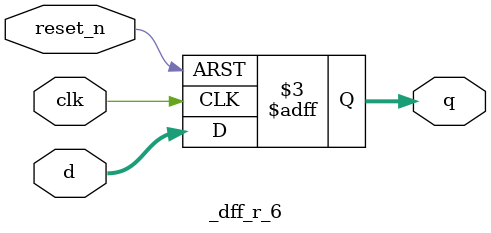
<source format=v>
module _dff_r_6(clk, reset_n, d, q);
	input clk,reset_n;
	input [5:0] d;
	output reg [5:0] q;
	
	// 6 bit flip flop
	always@(posedge clk or negedge reset_n)
	begin
		if(reset_n == 0) q <= 0;
		else q <= d;
	end
endmodule
	
</source>
